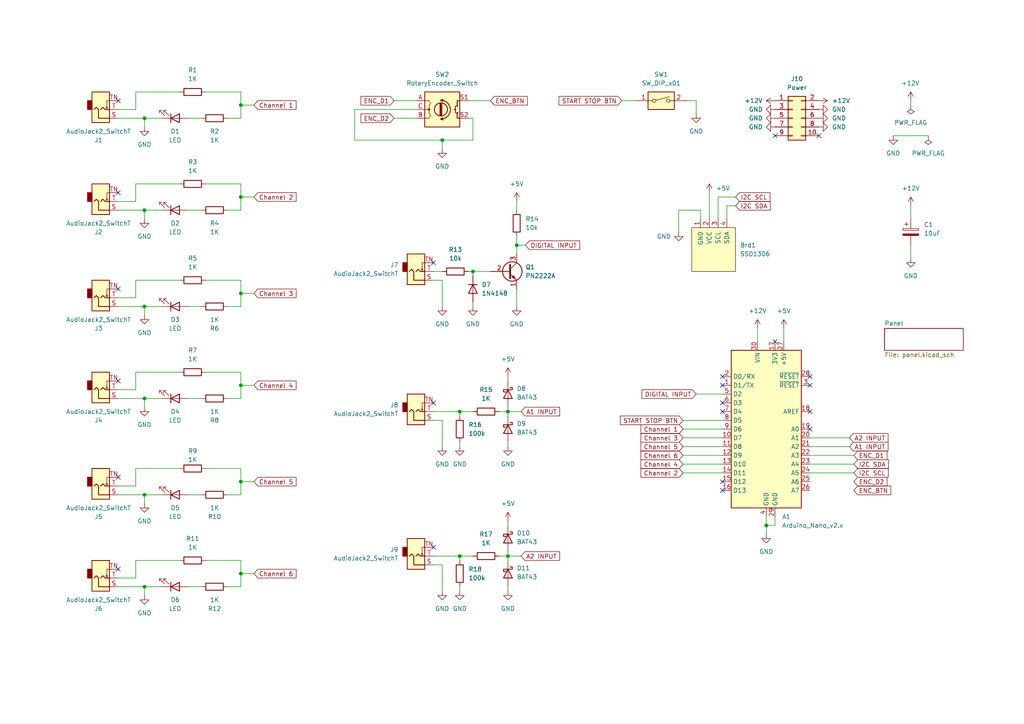
<source format=kicad_sch>
(kicad_sch (version 20211123) (generator eeschema)
  (paper "A4")
  (title_block (title "GToE prototype") (rev "1"))
  (lib_symbols
    (symbol "Connector:AudioJack2_SwitchT"
      (property "Reference" "J" (at 0 8.89 0))
      (property "Value" "AudioJack2_SwitchT" (at 0 6.35 0))
      (symbol "AudioJack2_SwitchT_0_1"
        (rectangle (start -2.54 0) (end -3.81 -2.54) (stroke (width 0.254)) (fill (type outline)))
        (polyline (pts (xy 1.778 -0.254) (xy 2.032 -0.762)))
        (polyline (pts (xy 0 0) (xy 0.635 -0.635) (xy 1.27 0) (xy 2.54 0)) (stroke (width 0.254)))
        (polyline (pts (xy 2.54 -2.54) (xy 1.778 -2.54) (xy 1.778 -0.254) (xy 1.524 -0.762)))
        (polyline (pts (xy 2.54 2.54) (xy -0.635 2.54) (xy -0.635 0) (xy -1.27 -0.635) (xy -1.905 0)) (stroke (width 0.254)))
        (rectangle (start 2.54 3.81) (end -2.54 -5.08) (stroke (width 0.254)) (fill (type background)))
      )
      (symbol "AudioJack2_SwitchT_1_1"
        (pin passive line (at 5.08 2.54 180) (length 2.54) (name "~") (number "S"))
        (pin passive line (at 5.08 0 180) (length 2.54) (name "~") (number "T"))
        (pin passive line (at 5.08 -2.54 180) (length 2.54) (name "~") (number "TN"))
      )
    )
    (symbol "Connector_Generic:Conn_02x05_Odd_Even" (pin_names (offset 1.016) hide)
      (property "Reference" "J" (at 1.27 7.62 0))
      (property "Value" "Conn_02x05_Odd_Even" (at 1.27 -7.62 0))
      (symbol "Conn_02x05_Odd_Even_1_1"
        (rectangle (start -1.27 -4.953) (end 0 -5.207) (stroke (width 0.1524)))
        (rectangle (start -1.27 -2.413) (end 0 -2.667) (stroke (width 0.1524)))
        (rectangle (start -1.27 0.127) (end 0 -0.127) (stroke (width 0.1524)))
        (rectangle (start -1.27 2.667) (end 0 2.413) (stroke (width 0.1524)))
        (rectangle (start -1.27 5.207) (end 0 4.953) (stroke (width 0.1524)))
        (rectangle (start -1.27 6.35) (end 3.81 -6.35) (stroke (width 0.254)) (fill (type background)))
        (rectangle (start 3.81 -4.953) (end 2.54 -5.207) (stroke (width 0.1524)))
        (rectangle (start 3.81 -2.413) (end 2.54 -2.667) (stroke (width 0.1524)))
        (rectangle (start 3.81 0.127) (end 2.54 -0.127) (stroke (width 0.1524)))
        (rectangle (start 3.81 2.667) (end 2.54 2.413) (stroke (width 0.1524)))
        (rectangle (start 3.81 5.207) (end 2.54 4.953) (stroke (width 0.1524)))
        (pin passive line (at -5.08 5.08 0) (length 3.81) (name "Pin_1") (number "1"))
        (pin passive line (at 7.62 -5.08 180) (length 3.81) (name "Pin_10") (number "10"))
        (pin passive line (at 7.62 5.08 180) (length 3.81) (name "Pin_2") (number "2"))
        (pin passive line (at -5.08 2.54 0) (length 3.81) (name "Pin_3") (number "3"))
        (pin passive line (at 7.62 2.54 180) (length 3.81) (name "Pin_4") (number "4"))
        (pin passive line (at -5.08 0 0) (length 3.81) (name "Pin_5") (number "5"))
        (pin passive line (at 7.62 0 180) (length 3.81) (name "Pin_6") (number "6"))
        (pin passive line (at -5.08 -2.54 0) (length 3.81) (name "Pin_7") (number "7"))
        (pin passive line (at 7.62 -2.54 180) (length 3.81) (name "Pin_8") (number "8"))
        (pin passive line (at -5.08 -5.08 0) (length 3.81) (name "Pin_9") (number "9"))
      )
    )
    (symbol "Device:C_Polarized" (pin_numbers hide) (pin_names (offset 0.254))
      (property "Reference" "C" (at 0.635 2.54 0))
      (property "Value" "C_Polarized" (at 0.635 -2.54 0))
      (symbol "C_Polarized_0_1"
        (rectangle (start -2.286 0.508) (end 2.286 1.016))
        (polyline (pts (xy -1.778 2.286) (xy -0.762 2.286)))
        (polyline (pts (xy -1.27 2.794) (xy -1.27 1.778)))
        (rectangle (start 2.286 -0.508) (end -2.286 -1.016) (fill (type outline)))
      )
      (symbol "C_Polarized_1_1"
        (pin passive line (at 0 3.81 270) (length 2.794) (name "~") (number "1"))
        (pin passive line (at 0 -3.81 90) (length 2.794) (name "~") (number "2"))
      )
    )
    (symbol "Device:D" (pin_numbers hide) (pin_names (offset 1.016) hide)
      (property "Reference" "D" (at 0 2.54 0))
      (property "Value" "D" (at 0 -2.54 0))
      (symbol "D_0_1"
        (polyline (pts (xy -1.27 1.27) (xy -1.27 -1.27)) (stroke (width 0.254)))
        (polyline (pts (xy 1.27 0) (xy -1.27 0)))
        (polyline (pts (xy 1.27 1.27) (xy 1.27 -1.27) (xy -1.27 0) (xy 1.27 1.27)) (stroke (width 0.254)))
      )
      (symbol "D_1_1"
        (pin passive line (at -3.81 0 0) (length 2.54) (name "K") (number "1"))
        (pin passive line (at 3.81 0 180) (length 2.54) (name "A") (number "2"))
      )
    )
    (symbol "Device:D_Schottky" (pin_numbers hide) (pin_names (offset 1.016) hide)
      (property "Reference" "D" (at 0 2.54 0))
      (property "Value" "D_Schottky" (at 0 -2.54 0))
      (symbol "D_Schottky_0_1"
        (polyline (pts (xy 1.27 0) (xy -1.27 0)))
        (polyline (pts (xy 1.27 1.27) (xy 1.27 -1.27) (xy -1.27 0) (xy 1.27 1.27)) (stroke (width 0.254)))
        (polyline (pts (xy -1.905 0.635) (xy -1.905 1.27) (xy -1.27 1.27) (xy -1.27 -1.27) (xy -0.635 -1.27) (xy -0.635 -0.635)) (stroke (width 0.254)))
      )
      (symbol "D_Schottky_1_1"
        (pin passive line (at -3.81 0 0) (length 2.54) (name "K") (number "1"))
        (pin passive line (at 3.81 0 180) (length 2.54) (name "A") (number "2"))
      )
    )
    (symbol "Device:LED" (pin_numbers hide) (pin_names (offset 1.016) hide)
      (property "Reference" "D" (at 0 2.54 0))
      (property "Value" "LED" (at 0 -2.54 0))
      (symbol "LED_0_1"
        (polyline (pts (xy -1.27 -1.27) (xy -1.27 1.27)) (stroke (width 0.254)))
        (polyline (pts (xy -1.27 0) (xy 1.27 0)))
        (polyline (pts (xy 1.27 -1.27) (xy 1.27 1.27) (xy -1.27 0) (xy 1.27 -1.27)) (stroke (width 0.254)))
        (polyline (pts (xy -3.048 -0.762) (xy -4.572 -2.286) (xy -3.81 -2.286) (xy -4.572 -2.286) (xy -4.572 -1.524)))
        (polyline (pts (xy -1.778 -0.762) (xy -3.302 -2.286) (xy -2.54 -2.286) (xy -3.302 -2.286) (xy -3.302 -1.524)))
      )
      (symbol "LED_1_1"
        (pin passive line (at -3.81 0 0) (length 2.54) (name "K") (number "1"))
        (pin passive line (at 3.81 0 180) (length 2.54) (name "A") (number "2"))
      )
    )
    (symbol "Device:R" (pin_numbers hide) (pin_names (offset 0))
      (property "Reference" "R" (at 2.032 0 90))
      (property "Value" "R" (at 0 0 90))
      (symbol "R_0_1"
        (rectangle (start -1.016 -2.54) (end 1.016 2.54) (stroke (width 0.254)))
      )
      (symbol "R_1_1"
        (pin passive line (at 0 3.81 270) (length 1.27) (name "~") (number "1"))
        (pin passive line (at 0 -3.81 90) (length 1.27) (name "~") (number "2"))
      )
    )
    (symbol "Device:RotaryEncoder_Switch" (pin_names (offset 0.254) hide)
      (property "Reference" "SW" (at 0 6.604 0))
      (property "Value" "RotaryEncoder_Switch" (at 0 -6.604 0))
      (symbol "RotaryEncoder_Switch_0_1"
        (rectangle (start -5.08 5.08) (end 5.08 -5.08) (stroke (width 0.254)) (fill (type background)))
        (circle (center -3.81 0) (radius 0.254) (fill (type outline)))
        (arc (start -0.381 -2.794) (mid 2.3622 -0.0508) (end -0.381 2.667) (stroke (width 0.254)))
        (circle (center -0.381 0) (radius 1.905) (stroke (width 0.254)))
        (polyline (pts (xy -0.635 -1.778) (xy -0.635 1.778)) (stroke (width 0.254)))
        (polyline (pts (xy -0.381 -1.778) (xy -0.381 1.778)) (stroke (width 0.254)))
        (polyline (pts (xy -0.127 1.778) (xy -0.127 -1.778)) (stroke (width 0.254)))
        (polyline (pts (xy 3.81 0) (xy 3.429 0)) (stroke (width 0.254)))
        (polyline (pts (xy 3.81 1.016) (xy 3.81 -1.016)) (stroke (width 0.254)))
        (polyline (pts (xy -5.08 -2.54) (xy -3.81 -2.54) (xy -3.81 -2.032)))
        (polyline (pts (xy -5.08 2.54) (xy -3.81 2.54) (xy -3.81 2.032)))
        (polyline (pts (xy 0.254 -3.048) (xy -0.508 -2.794) (xy 0.127 -2.413)) (stroke (width 0.254)))
        (polyline (pts (xy 0.254 2.921) (xy -0.508 2.667) (xy 0.127 2.286)) (stroke (width 0.254)))
        (polyline (pts (xy 5.08 -2.54) (xy 4.318 -2.54) (xy 4.318 -1.016)) (stroke (width 0.254)))
        (polyline (pts (xy 5.08 2.54) (xy 4.318 2.54) (xy 4.318 1.016)) (stroke (width 0.254)))
        (polyline (pts (xy -5.08 0) (xy -3.81 0) (xy -3.81 -1.016) (xy -3.302 -2.032)))
        (polyline (pts (xy -4.318 0) (xy -3.81 0) (xy -3.81 1.016) (xy -3.302 2.032)))
        (circle (center 4.318 -1.016) (radius 0.127) (stroke (width 0.254)))
        (circle (center 4.318 1.016) (radius 0.127) (stroke (width 0.254)))
      )
      (symbol "RotaryEncoder_Switch_1_1"
        (pin passive line (at -7.62 2.54 0) (length 2.54) (name "A") (number "A"))
        (pin passive line (at -7.62 -2.54 0) (length 2.54) (name "B") (number "B"))
        (pin passive line (at -7.62 0 0) (length 2.54) (name "C") (number "C"))
        (pin passive line (at 7.62 2.54 180) (length 2.54) (name "S1") (number "S1"))
        (pin passive line (at 7.62 -2.54 180) (length 2.54) (name "S2") (number "S2"))
      )
    )
    (symbol "MCU_Module:Arduino_Nano_v2.x"
      (property "Reference" "A" (at -10.16 23.495 0))
      (property "Value" "Arduino_Nano_v2.x" (at 5.08 -24.13 0))
      (symbol "Arduino_Nano_v2.x_0_1"
        (rectangle (start -10.16 22.86) (end 10.16 -22.86) (stroke (width 0.254)) (fill (type background)))
      )
      (symbol "Arduino_Nano_v2.x_1_1"
        (pin bidirectional line (at -12.7 12.7 0) (length 2.54) (name "D1/TX") (number "1"))
        (pin bidirectional line (at -12.7 -2.54 0) (length 2.54) (name "D7") (number "10"))
        (pin bidirectional line (at -12.7 -5.08 0) (length 2.54) (name "D8") (number "11"))
        (pin bidirectional line (at -12.7 -7.62 0) (length 2.54) (name "D9") (number "12"))
        (pin bidirectional line (at -12.7 -10.16 0) (length 2.54) (name "D10") (number "13"))
        (pin bidirectional line (at -12.7 -12.7 0) (length 2.54) (name "D11") (number "14"))
        (pin bidirectional line (at -12.7 -15.24 0) (length 2.54) (name "D12") (number "15"))
        (pin bidirectional line (at -12.7 -17.78 0) (length 2.54) (name "D13") (number "16"))
        (pin power_out line (at 2.54 25.4 270) (length 2.54) (name "3V3") (number "17"))
        (pin input line (at 12.7 5.08 180) (length 2.54) (name "AREF") (number "18"))
        (pin bidirectional line (at 12.7 0 180) (length 2.54) (name "A0") (number "19"))
        (pin bidirectional line (at -12.7 15.24 0) (length 2.54) (name "D0/RX") (number "2"))
        (pin bidirectional line (at 12.7 -2.54 180) (length 2.54) (name "A1") (number "20"))
        (pin bidirectional line (at 12.7 -5.08 180) (length 2.54) (name "A2") (number "21"))
        (pin bidirectional line (at 12.7 -7.62 180) (length 2.54) (name "A3") (number "22"))
        (pin bidirectional line (at 12.7 -10.16 180) (length 2.54) (name "A4") (number "23"))
        (pin bidirectional line (at 12.7 -12.7 180) (length 2.54) (name "A5") (number "24"))
        (pin bidirectional line (at 12.7 -15.24 180) (length 2.54) (name "A6") (number "25"))
        (pin bidirectional line (at 12.7 -17.78 180) (length 2.54) (name "A7") (number "26"))
        (pin power_out line (at 5.08 25.4 270) (length 2.54) (name "+5V") (number "27"))
        (pin input line (at 12.7 15.24 180) (length 2.54) (name "~{RESET}") (number "28"))
        (pin power_in line (at 2.54 -25.4 90) (length 2.54) (name "GND") (number "29"))
        (pin input line (at 12.7 12.7 180) (length 2.54) (name "~{RESET}") (number "3"))
        (pin power_in line (at -2.54 25.4 270) (length 2.54) (name "VIN") (number "30"))
        (pin power_in line (at 0 -25.4 90) (length 2.54) (name "GND") (number "4"))
        (pin bidirectional line (at -12.7 10.16 0) (length 2.54) (name "D2") (number "5"))
        (pin bidirectional line (at -12.7 7.62 0) (length 2.54) (name "D3") (number "6"))
        (pin bidirectional line (at -12.7 5.08 0) (length 2.54) (name "D4") (number "7"))
        (pin bidirectional line (at -12.7 2.54 0) (length 2.54) (name "D5") (number "8"))
        (pin bidirectional line (at -12.7 0 0) (length 2.54) (name "D6") (number "9"))
      )
    )
    (symbol "SSD1306-128x64_OLED:SSD1306" (pin_names (offset 1.016))
      (property "Reference" "Brd" (at 0 -3.81 0))
      (property "Value" "SSD1306" (at 0 -1.27 0))
      (symbol "SSD1306_0_1"
        (rectangle (start -6.35 6.35) (end 6.35 -6.35) (fill (type background)))
      )
      (symbol "SSD1306_1_1"
        (pin input line (at -3.81 8.89 270) (length 2.54) (name "GND") (number "1"))
        (pin input line (at -1.27 8.89 270) (length 2.54) (name "VCC") (number "2"))
        (pin input line (at 1.27 8.89 270) (length 2.54) (name "SCL") (number "3"))
        (pin input line (at 3.81 8.89 270) (length 2.54) (name "SDA") (number "4"))
      )
    )
    (symbol "Switch:SW_DIP_x01" (pin_names (offset 0) hide)
      (property "Reference" "SW" (at 0 3.81 0))
      (property "Value" "SW_DIP_x01" (at 0 -3.81 0))
      (symbol "SW_DIP_x01_0_0"
        (circle (center -2.032 0) (radius 0.508))
        (polyline (pts (xy -1.524 0.127) (xy 2.3622 1.1684)))
        (circle (center 2.032 0) (radius 0.508))
      )
      (symbol "SW_DIP_x01_0_1"
        (rectangle (start -3.81 2.54) (end 3.81 -2.54) (stroke (width 0.254)) (fill (type background)))
      )
      (symbol "SW_DIP_x01_1_1"
        (pin passive line (at -7.62 0 0) (length 5.08) (name "~") (number "1"))
        (pin passive line (at 7.62 0 180) (length 5.08) (name "~") (number "2"))
      )
    )
    (symbol "Transistor_BJT:PN2222A" (pin_names (offset 0) hide)
      (property "Reference" "Q" (at 5.08 1.905 0))
      (property "Value" "PN2222A" (at 5.08 0 0))
      (symbol "PN2222A_0_1"
        (polyline (pts (xy 0 0) (xy 0.635 0)))
        (polyline (pts (xy 2.54 -2.54) (xy 0.635 -0.635)))
        (polyline (pts (xy 2.54 2.54) (xy 0.635 0.635)))
        (polyline (pts (xy 0.635 1.905) (xy 0.635 -1.905) (xy 0.635 -1.905)) (stroke (width 0.508)))
        (polyline (pts (xy 2.413 -2.413) (xy 1.905 -1.905) (xy 1.905 -1.905)))
        (polyline (pts (xy 1.143 -1.651) (xy 1.651 -1.143) (xy 2.159 -2.159) (xy 1.143 -1.651) (xy 1.143 -1.651)) (fill (type outline)))
        (circle (center 1.27 0) (radius 2.8194) (stroke (width 0.254)))
      )
      (symbol "PN2222A_1_1"
        (pin passive line (at 2.54 -5.08 90) (length 2.54) (name "E") (number "1"))
        (pin input line (at -5.08 0 0) (length 5.08) (name "B") (number "2"))
        (pin passive line (at 2.54 5.08 270) (length 2.54) (name "C") (number "3"))
      )
    )
    (symbol "power:+12V" (power) (pin_names (offset 0))
      (property "Value" "+12V" (at 0 3.556 0))
      (symbol "+12V_0_1"
        (polyline (pts (xy -0.762 1.27) (xy 0 2.54)))
        (polyline (pts (xy 0 0) (xy 0 2.54)))
        (polyline (pts (xy 0 2.54) (xy 0.762 1.27)))
      )
      (symbol "+12V_1_1"
        (pin power_in line (at 0 0 90) (length 0) hide (name "+12V") (number "1"))
      )
    )
    (symbol "power:+5V" (power) (pin_names (offset 0))
      (property "Value" "+5V" (at 0 3.556 0))
      (symbol "+5V_0_1"
        (polyline (pts (xy -0.762 1.27) (xy 0 2.54)))
        (polyline (pts (xy 0 0) (xy 0 2.54)))
        (polyline (pts (xy 0 2.54) (xy 0.762 1.27)))
      )
      (symbol "+5V_1_1"
        (pin power_in line (at 0 0 90) (length 0) hide (name "+5V") (number "1"))
      )
    )
    (symbol "power:GND" (power) (pin_names (offset 0))
      (property "Value" "GND" (at 0 -3.81 0))
      (symbol "GND_0_1"
        (polyline (pts (xy 0 0) (xy 0 -1.27) (xy 1.27 -1.27) (xy 0 -2.54) (xy -1.27 -1.27) (xy 0 -1.27)))
      )
      (symbol "GND_1_1"
        (pin power_in line (at 0 0 270) (length 0) hide (name "GND") (number "1"))
      )
    )
    (symbol "power:PWR_FLAG" (power) (pin_numbers hide) (pin_names (offset 0) hide)
      (property "Value" "PWR_FLAG" (at 0 3.81 0))
      (symbol "PWR_FLAG_0_0"
        (pin power_out line (at 0 0 90) (length 0) (name "pwr") (number "1"))
      )
      (symbol "PWR_FLAG_0_1"
        (polyline (pts (xy 0 0) (xy 0 1.27) (xy -1.016 1.905) (xy 0 2.54) (xy 1.016 1.905) (xy 0 1.27)))
      )
    )
  )
  (junction (at 133.35 119.38))
  (junction (at 149.86 71.12))
  (junction (at 41.91 34.29))
  (junction (at 137.16 78.74))
  (junction (at 41.91 143.51))
  (junction (at 69.85 139.7))
  (junction (at 147.32 119.38))
  (junction (at 133.35 161.29))
  (junction (at 41.91 115.57))
  (junction (at 69.85 85.09))
  (junction (at 41.91 170.18))
  (junction (at 69.85 57.15))
  (junction (at 128.27 40.64))
  (junction (at 69.85 166.37))
  (junction (at 41.91 60.96))
  (junction (at 69.85 111.76))
  (junction (at 222.25 152.4))
  (junction (at 41.91 88.9))
  (junction (at 147.32 161.29))
  (junction (at 69.85 30.48))
  (no_connect (at 234.95 124.46))
  (no_connect (at 34.29 110.49))
  (no_connect (at 125.73 76.2))
  (no_connect (at 234.95 109.22))
  (no_connect (at 209.55 139.7))
  (no_connect (at 34.29 165.1))
  (no_connect (at 234.95 111.76))
  (no_connect (at 209.55 116.84))
  (no_connect (at 234.95 119.38))
  (no_connect (at 125.73 158.75))
  (no_connect (at 209.55 109.22))
  (no_connect (at 34.29 138.43))
  (no_connect (at 34.29 83.82))
  (no_connect (at 209.55 142.24))
  (no_connect (at 34.29 55.88))
  (no_connect (at 237.49 39.37))
  (no_connect (at 224.79 99.06))
  (no_connect (at 34.29 29.21))
  (no_connect (at 209.55 119.38))
  (no_connect (at 224.79 39.37))
  (no_connect (at 125.73 116.84))
  (no_connect (at 209.55 111.76))
  (wire (pts (xy 102.87 40.64) (xy 128.27 40.64)))
  (wire (pts (xy 147.32 119.38) (xy 147.32 120.65)))
  (wire (pts (xy 208.28 57.15) (xy 208.28 63.5)))
  (wire (pts (xy 69.85 166.37) (xy 69.85 170.18)))
  (wire (pts (xy 147.32 119.38) (xy 151.13 119.38)))
  (wire (pts (xy 198.12 121.92) (xy 209.55 121.92)))
  (wire (pts (xy 135.89 78.74) (xy 137.16 78.74)))
  (wire (pts (xy 39.37 58.42) (xy 39.37 53.34)))
  (wire (pts (xy 149.86 71.12) (xy 149.86 73.66)))
  (wire (pts (xy 54.61 143.51) (xy 58.42 143.51)))
  (wire (pts (xy 125.73 78.74) (xy 128.27 78.74)))
  (wire (pts (xy 147.32 161.29) (xy 147.32 162.56)))
  (wire (pts (xy 137.16 34.29) (xy 137.16 40.64)))
  (wire (pts (xy 137.16 40.64) (xy 128.27 40.64)))
  (wire (pts (xy 39.37 26.67) (xy 52.07 26.67)))
  (wire (pts (xy 34.29 34.29) (xy 41.91 34.29)))
  (wire (pts (xy 222.25 152.4) (xy 224.79 152.4)))
  (wire (pts (xy 41.91 34.29) (xy 46.99 34.29)))
  (wire (pts (xy 149.86 83.82) (xy 149.86 88.9)))
  (wire (pts (xy 34.29 88.9) (xy 41.91 88.9)))
  (wire (pts (xy 137.16 161.29) (xy 133.35 161.29)))
  (wire (pts (xy 135.89 29.21) (xy 142.24 29.21)))
  (wire (pts (xy 39.37 140.97) (xy 39.37 135.89)))
  (wire (pts (xy 203.2 60.96) (xy 203.2 63.5)))
  (wire (pts (xy 39.37 167.64) (xy 39.37 162.56)))
  (wire (pts (xy 213.36 57.15) (xy 208.28 57.15)))
  (wire (pts (xy 54.61 115.57) (xy 58.42 115.57)))
  (wire (pts (xy 39.37 162.56) (xy 52.07 162.56)))
  (wire (pts (xy 114.3 29.21) (xy 120.65 29.21)))
  (wire (pts (xy 133.35 119.38) (xy 133.35 120.65)))
  (wire (pts (xy 41.91 60.96) (xy 41.91 63.5)))
  (wire (pts (xy 39.37 31.75) (xy 39.37 26.67)))
  (wire (pts (xy 149.86 58.42) (xy 149.86 60.96)))
  (wire (pts (xy 227.33 95.25) (xy 227.33 99.06)))
  (wire (pts (xy 34.29 140.97) (xy 39.37 140.97)))
  (wire (pts (xy 34.29 170.18) (xy 41.91 170.18)))
  (wire (pts (xy 59.69 26.67) (xy 69.85 26.67)))
  (wire (pts (xy 133.35 161.29) (xy 133.35 162.56)))
  (wire (pts (xy 184.15 29.21) (xy 180.34 29.21)))
  (wire (pts (xy 69.85 53.34) (xy 69.85 57.15)))
  (wire (pts (xy 198.12 129.54) (xy 209.55 129.54)))
  (wire (pts (xy 54.61 34.29) (xy 58.42 34.29)))
  (wire (pts (xy 198.12 124.46) (xy 209.55 124.46)))
  (wire (pts (xy 125.73 121.92) (xy 128.27 121.92)))
  (wire (pts (xy 264.16 59.69) (xy 264.16 63.5)))
  (wire (pts (xy 135.89 34.29) (xy 137.16 34.29)))
  (wire (pts (xy 147.32 160.02) (xy 147.32 161.29)))
  (wire (pts (xy 147.32 109.22) (xy 147.32 110.49)))
  (wire (pts (xy 41.91 60.96) (xy 46.99 60.96)))
  (wire (pts (xy 39.37 81.28) (xy 52.07 81.28)))
  (wire (pts (xy 224.79 149.86) (xy 224.79 152.4)))
  (wire (pts (xy 147.32 128.27) (xy 147.32 129.54)))
  (wire (pts (xy 69.85 81.28) (xy 69.85 85.09)))
  (wire (pts (xy 54.61 60.96) (xy 58.42 60.96)))
  (wire (pts (xy 198.12 134.62) (xy 209.55 134.62)))
  (wire (pts (xy 34.29 58.42) (xy 39.37 58.42)))
  (wire (pts (xy 34.29 86.36) (xy 39.37 86.36)))
  (wire (pts (xy 147.32 151.13) (xy 147.32 152.4)))
  (wire (pts (xy 69.85 57.15) (xy 69.85 60.96)))
  (wire (pts (xy 205.74 55.88) (xy 205.74 63.5)))
  (wire (pts (xy 39.37 107.95) (xy 52.07 107.95)))
  (wire (pts (xy 69.85 107.95) (xy 69.85 111.76)))
  (wire (pts (xy 41.91 34.29) (xy 41.91 36.83)))
  (wire (pts (xy 147.32 170.18) (xy 147.32 171.45)))
  (wire (pts (xy 137.16 87.63) (xy 137.16 88.9)))
  (wire (pts (xy 34.29 143.51) (xy 41.91 143.51)))
  (wire (pts (xy 41.91 115.57) (xy 41.91 118.11)))
  (wire (pts (xy 69.85 26.67) (xy 69.85 30.48)))
  (wire (pts (xy 41.91 170.18) (xy 46.99 170.18)))
  (wire (pts (xy 210.82 59.69) (xy 210.82 63.5)))
  (wire (pts (xy 69.85 111.76) (xy 69.85 115.57)))
  (wire (pts (xy 198.12 132.08) (xy 209.55 132.08)))
  (wire (pts (xy 34.29 113.03) (xy 39.37 113.03)))
  (wire (pts (xy 144.78 161.29) (xy 147.32 161.29)))
  (wire (pts (xy 69.85 30.48) (xy 73.66 30.48)))
  (wire (pts (xy 264.16 30.48) (xy 264.16 29.21)))
  (wire (pts (xy 128.27 81.28) (xy 128.27 88.9)))
  (wire (pts (xy 69.85 166.37) (xy 73.66 166.37)))
  (wire (pts (xy 234.95 132.08) (xy 247.65 132.08)))
  (wire (pts (xy 34.29 31.75) (xy 39.37 31.75)))
  (wire (pts (xy 120.65 31.75) (xy 102.87 31.75)))
  (wire (pts (xy 198.12 137.16) (xy 209.55 137.16)))
  (wire (pts (xy 196.85 67.31) (xy 196.85 60.96)))
  (wire (pts (xy 69.85 115.57) (xy 66.04 115.57)))
  (wire (pts (xy 264.16 71.12) (xy 264.16 74.93)))
  (wire (pts (xy 149.86 71.12) (xy 152.4 71.12)))
  (wire (pts (xy 41.91 143.51) (xy 41.91 146.05)))
  (wire (pts (xy 234.95 129.54) (xy 246.38 129.54)))
  (wire (pts (xy 137.16 78.74) (xy 137.16 80.01)))
  (wire (pts (xy 201.93 29.21) (xy 199.39 29.21)))
  (wire (pts (xy 234.95 137.16) (xy 247.65 137.16)))
  (wire (pts (xy 41.91 143.51) (xy 46.99 143.51)))
  (wire (pts (xy 234.95 127) (xy 246.38 127)))
  (wire (pts (xy 125.73 81.28) (xy 128.27 81.28)))
  (wire (pts (xy 201.93 114.3) (xy 209.55 114.3)))
  (wire (pts (xy 114.3 34.29) (xy 120.65 34.29)))
  (wire (pts (xy 201.93 29.21) (xy 201.93 33.02)))
  (wire (pts (xy 39.37 113.03) (xy 39.37 107.95)))
  (wire (pts (xy 34.29 60.96) (xy 41.91 60.96)))
  (wire (pts (xy 69.85 143.51) (xy 66.04 143.51)))
  (wire (pts (xy 69.85 85.09) (xy 69.85 88.9)))
  (wire (pts (xy 137.16 119.38) (xy 133.35 119.38)))
  (wire (pts (xy 54.61 88.9) (xy 58.42 88.9)))
  (wire (pts (xy 102.87 31.75) (xy 102.87 40.64)))
  (wire (pts (xy 41.91 88.9) (xy 46.99 88.9)))
  (wire (pts (xy 137.16 78.74) (xy 142.24 78.74)))
  (wire (pts (xy 69.85 34.29) (xy 66.04 34.29)))
  (wire (pts (xy 41.91 115.57) (xy 46.99 115.57)))
  (wire (pts (xy 149.86 68.58) (xy 149.86 71.12)))
  (wire (pts (xy 69.85 139.7) (xy 73.66 139.7)))
  (wire (pts (xy 234.95 134.62) (xy 247.65 134.62)))
  (wire (pts (xy 128.27 40.64) (xy 128.27 43.18)))
  (wire (pts (xy 69.85 30.48) (xy 69.85 34.29)))
  (wire (pts (xy 59.69 53.34) (xy 69.85 53.34)))
  (wire (pts (xy 59.69 135.89) (xy 69.85 135.89)))
  (wire (pts (xy 198.12 127) (xy 209.55 127)))
  (wire (pts (xy 259.08 39.37) (xy 269.24 39.37)))
  (wire (pts (xy 41.91 170.18) (xy 41.91 172.72)))
  (wire (pts (xy 133.35 119.38) (xy 125.73 119.38)))
  (wire (pts (xy 147.32 118.11) (xy 147.32 119.38)))
  (wire (pts (xy 222.25 149.86) (xy 222.25 152.4)))
  (wire (pts (xy 69.85 111.76) (xy 73.66 111.76)))
  (wire (pts (xy 69.85 88.9) (xy 66.04 88.9)))
  (wire (pts (xy 133.35 128.27) (xy 133.35 129.54)))
  (wire (pts (xy 69.85 60.96) (xy 66.04 60.96)))
  (wire (pts (xy 41.91 88.9) (xy 41.91 91.44)))
  (wire (pts (xy 54.61 170.18) (xy 58.42 170.18)))
  (wire (pts (xy 147.32 161.29) (xy 151.13 161.29)))
  (wire (pts (xy 39.37 53.34) (xy 52.07 53.34)))
  (wire (pts (xy 196.85 60.96) (xy 203.2 60.96)))
  (wire (pts (xy 219.71 95.25) (xy 219.71 99.06)))
  (wire (pts (xy 128.27 121.92) (xy 128.27 129.54)))
  (wire (pts (xy 69.85 57.15) (xy 73.66 57.15)))
  (wire (pts (xy 34.29 115.57) (xy 41.91 115.57)))
  (wire (pts (xy 133.35 170.18) (xy 133.35 171.45)))
  (wire (pts (xy 59.69 107.95) (xy 69.85 107.95)))
  (wire (pts (xy 69.85 135.89) (xy 69.85 139.7)))
  (wire (pts (xy 34.29 167.64) (xy 39.37 167.64)))
  (wire (pts (xy 69.85 139.7) (xy 69.85 143.51)))
  (wire (pts (xy 59.69 162.56) (xy 69.85 162.56)))
  (wire (pts (xy 133.35 161.29) (xy 125.73 161.29)))
  (wire (pts (xy 144.78 119.38) (xy 147.32 119.38)))
  (wire (pts (xy 213.36 59.69) (xy 210.82 59.69)))
  (wire (pts (xy 222.25 152.4) (xy 222.25 154.94)))
  (wire (pts (xy 69.85 162.56) (xy 69.85 166.37)))
  (wire (pts (xy 39.37 135.89) (xy 52.07 135.89)))
  (wire (pts (xy 128.27 163.83) (xy 128.27 171.45)))
  (wire (pts (xy 59.69 81.28) (xy 69.85 81.28)))
  (wire (pts (xy 39.37 86.36) (xy 39.37 81.28)))
  (wire (pts (xy 125.73 163.83) (xy 128.27 163.83)))
  (wire (pts (xy 69.85 85.09) (xy 73.66 85.09)))
  (wire (pts (xy 69.85 170.18) (xy 66.04 170.18)))
  (global_label "START STOP BTN" (shape input) (at 180.34 29.21 180) (property "Intersheet References" "${INTERSHEET_REFS}" (effects hide)))
  (global_label "A2 INPUT" (shape input) (at 246.38 127 0) (property "Intersheet References" "${INTERSHEET_REFS}" (effects hide)))
  (global_label "Channel 5" (shape input) (at 198.12 129.54 180) (property "Intersheet References" "${INTERSHEET_REFS}" (effects hide)))
  (global_label "Channel 1" (shape input) (at 198.12 124.46 180) (property "Intersheet References" "${INTERSHEET_REFS}" (effects hide)))
  (global_label "Channel 4" (shape input) (at 198.12 134.62 180) (property "Intersheet References" "${INTERSHEET_REFS}" (effects hide)))
  (global_label "ENC_BTN" (shape input) (at 247.65 142.24 0) (property "Intersheet References" "${INTERSHEET_REFS}" (effects hide)))
  (global_label "START STOP BTN" (shape input) (at 198.12 121.92 180) (property "Intersheet References" "${INTERSHEET_REFS}" (effects hide)))
  (global_label "Channel 5" (shape input) (at 73.66 139.7 0) (property "Intersheet References" "${INTERSHEET_REFS}" (effects hide)))
  (global_label "ENC_D2" (shape input) (at 114.3 34.29 180) (property "Intersheet References" "${INTERSHEET_REFS}" (effects hide)))
  (global_label "Channel 3" (shape input) (at 198.12 127 180) (property "Intersheet References" "${INTERSHEET_REFS}" (effects hide)))
  (global_label "A1 INPUT" (shape input) (at 151.13 119.38 0) (property "Intersheet References" "${INTERSHEET_REFS}" (effects hide)))
  (global_label "Channel 3" (shape input) (at 73.66 85.09 0) (property "Intersheet References" "${INTERSHEET_REFS}" (effects hide)))
  (global_label "ENC_BTN" (shape input) (at 142.24 29.21 0) (property "Intersheet References" "${INTERSHEET_REFS}" (effects hide)))
  (global_label "DIGITAL INPUT" (shape input) (at 201.93 114.3 180) (property "Intersheet References" "${INTERSHEET_REFS}" (effects hide)))
  (global_label "I2C SDA" (shape input) (at 247.65 134.62 0) (property "Intersheet References" "${INTERSHEET_REFS}" (effects hide)))
  (global_label "Channel 6" (shape input) (at 73.66 166.37 0) (property "Intersheet References" "${INTERSHEET_REFS}" (effects hide)))
  (global_label "Channel 1" (shape input) (at 73.66 30.48 0) (property "Intersheet References" "${INTERSHEET_REFS}" (effects hide)))
  (global_label "DIGITAL INPUT" (shape input) (at 152.4 71.12 0) (property "Intersheet References" "${INTERSHEET_REFS}" (effects hide)))
  (global_label "ENC_D2" (shape input) (at 247.65 139.7 0) (property "Intersheet References" "${INTERSHEET_REFS}" (effects hide)))
  (global_label "ENC_D1" (shape input) (at 114.3 29.21 180) (property "Intersheet References" "${INTERSHEET_REFS}" (effects hide)))
  (global_label "Channel 2" (shape input) (at 73.66 57.15 0) (property "Intersheet References" "${INTERSHEET_REFS}" (effects hide)))
  (global_label "Channel 4" (shape input) (at 73.66 111.76 0) (property "Intersheet References" "${INTERSHEET_REFS}" (effects hide)))
  (global_label "ENC_D1" (shape input) (at 247.65 132.08 0) (property "Intersheet References" "${INTERSHEET_REFS}" (effects hide)))
  (global_label "Channel 2" (shape input) (at 198.12 137.16 180) (property "Intersheet References" "${INTERSHEET_REFS}" (effects hide)))
  (global_label "I2C SCL" (shape input) (at 213.36 57.15 0) (property "Intersheet References" "${INTERSHEET_REFS}" (effects hide)))
  (global_label "I2C SDA" (shape input) (at 213.36 59.69 0) (property "Intersheet References" "${INTERSHEET_REFS}" (effects hide)))
  (global_label "A2 INPUT" (shape input) (at 151.13 161.29 0) (property "Intersheet References" "${INTERSHEET_REFS}" (effects hide)))
  (global_label "I2C SCL" (shape input) (at 247.65 137.16 0) (property "Intersheet References" "${INTERSHEET_REFS}" (effects hide)))
  (global_label "Channel 6" (shape input) (at 198.12 132.08 180) (property "Intersheet References" "${INTERSHEET_REFS}" (effects hide)))
  (global_label "A1 INPUT" (shape input) (at 246.38 129.54 0) (property "Intersheet References" "${INTERSHEET_REFS}" (effects hide)))
  (symbol (lib_id "power:GND") (at 149.86 88.9 0) (unit 1)
    (property "Reference" "#PWR0133" (effects hide))
    (property "Value" "GND" (at 149.86 93.98 0))
  )
  (symbol (lib_id "power:GND") (at 222.25 154.94 0) (unit 1)
    (property "Reference" "#PWR0115" (effects hide))
    (property "Value" "GND" (at 222.25 160.02 0))
  )
  (symbol (lib_id "Connector:AudioJack2_SwitchT") (at 120.65 119.38 0) (mirror x) (unit 1)
    (property "Reference" "J8" (at 115.57 117.4749 0) (effects (justify right)))
    (property "Value" "AudioJack2_SwitchT" (at 115.57 120.0149 0) (effects (justify right)))
    (property "Footprint" "Connector_Audio:Jack_3.5mm_QingPu_WQP-PJ398SM_Vertical_CircularHoles" (effects hide))
  )
  (symbol (lib_id "Connector:AudioJack2_SwitchT") (at 29.21 31.75 0) (mirror x) (unit 1)
    (property "Reference" "J1" (at 28.575 40.64 0))
    (property "Value" "AudioJack2_SwitchT" (at 28.575 38.1 0))
    (property "Footprint" "Connector_Audio:Jack_3.5mm_QingPu_WQP-PJ398SM_Vertical_CircularHoles" (effects hide))
  )
  (symbol (lib_id "Device:LED") (at 50.8 88.9 0) (mirror x) (unit 1)
    (property "Reference" "D3" (at 50.8 92.71 0))
    (property "Value" "LED" (at 50.8 95.25 0))
    (property "Footprint" "LED_THT:LED_D3.0mm_Clear" (effects hide))
  )
  (symbol (lib_id "power:GND") (at 133.35 171.45 0) (mirror y) (unit 1)
    (property "Reference" "#PWR0109" (effects hide))
    (property "Value" "GND" (at 133.35 176.53 0))
  )
  (symbol (lib_id "power:+5V") (at 149.86 58.42 0) (unit 1)
    (property "Reference" "#PWR0134" (effects hide))
    (property "Value" "+5V" (at 149.86 53.34 0))
  )
  (symbol (lib_id "Device:R") (at 133.35 124.46 0) (mirror y) (unit 1)
    (property "Reference" "R16" (at 135.89 123.1899 0) (effects (justify right)))
    (property "Value" "100k" (at 135.89 125.7299 0) (effects (justify right)))
    (property "Footprint" "Resistor_THT:R_Axial_DIN0207_L6.3mm_D2.5mm_P10.16mm_Horizontal" (effects hide))
  )
  (symbol (lib_id "power:GND") (at 41.91 118.11 0) (mirror y) (unit 1)
    (property "Reference" "#PWR0104" (effects hide))
    (property "Value" "GND" (at 41.91 123.19 0))
  )
  (symbol (lib_id "power:+12V") (at 264.16 29.21 0) (unit 1)
    (property "Reference" "#PWR0136" (effects hide))
    (property "Value" "+12V" (at 266.7 24.13 0) (effects (justify right)))
  )
  (symbol (lib_id "power:GND") (at 147.32 171.45 0) (mirror y) (unit 1)
    (property "Reference" "#PWR0108" (effects hide))
    (property "Value" "GND" (at 147.32 176.53 0))
  )
  (symbol (lib_id "Connector:AudioJack2_SwitchT") (at 29.21 167.64 0) (mirror x) (unit 1)
    (property "Reference" "J6" (at 28.575 176.53 0))
    (property "Value" "AudioJack2_SwitchT" (at 28.575 173.99 0))
    (property "Footprint" "Connector_Audio:Jack_3.5mm_QingPu_WQP-PJ398SM_Vertical_CircularHoles" (effects hide))
  )
  (symbol (lib_id "power:+12V") (at 219.71 95.25 0) (unit 1)
    (property "Reference" "#PWR0116" (effects hide))
    (property "Value" "+12V" (at 219.71 90.17 0))
  )
  (symbol (lib_id "power:GND") (at 224.79 31.75 270) (unit 1)
    (property "Reference" "#PWR0130" (effects hide))
    (property "Value" "GND" (at 217.17 31.75 90) (effects (justify left)))
  )
  (symbol (lib_id "power:GND") (at 133.35 129.54 0) (mirror y) (unit 1)
    (property "Reference" "#PWR0114" (effects hide))
    (property "Value" "GND" (at 133.35 134.62 0))
  )
  (symbol (lib_id "Device:LED") (at 50.8 115.57 0) (mirror x) (unit 1)
    (property "Reference" "D4" (at 50.8 119.38 0))
    (property "Value" "LED" (at 50.8 121.92 0))
    (property "Footprint" "LED_THT:LED_D3.0mm_Clear" (effects hide))
  )
  (symbol (lib_id "power:GND") (at 237.49 31.75 90) (unit 1)
    (property "Reference" "#PWR0119" (effects hide))
    (property "Value" "GND" (at 241.3 31.7499 90) (effects (justify right)))
  )
  (symbol (lib_id "Device:R") (at 133.35 166.37 0) (mirror y) (unit 1)
    (property "Reference" "R18" (at 135.89 165.0999 0) (effects (justify right)))
    (property "Value" "100k" (at 135.89 167.6399 0) (effects (justify right)))
    (property "Footprint" "Resistor_THT:R_Axial_DIN0207_L6.3mm_D2.5mm_P10.16mm_Horizontal" (effects hide))
  )
  (symbol (lib_id "power:GND") (at 264.16 74.93 0) (unit 1)
    (property "Reference" "#PWR0125" (effects hide))
    (property "Value" "GND" (at 264.16 80.01 0))
  )
  (symbol (lib_id "power:GND") (at 237.49 36.83 90) (unit 1)
    (property "Reference" "#PWR0120" (effects hide))
    (property "Value" "GND" (at 241.3 36.8299 90) (effects (justify right)))
  )
  (symbol (lib_id "Device:D_Schottky") (at 147.32 114.3 270) (unit 1)
    (property "Reference" "D8" (at 149.86 112.7124 90) (effects (justify left)))
    (property "Value" "BAT43" (at 149.86 115.2524 90) (effects (justify left)))
    (property "Footprint" "Diode_THT:D_T-1_P10.16mm_Horizontal" (effects hide))
  )
  (symbol (lib_id "MCU_Module:Arduino_Nano_v2.x") (at 222.25 124.46 0) (unit 1)
    (property "Reference" "A1" (at 226.8094 149.86 0) (effects (justify left)))
    (property "Value" "Arduino_Nano_v2.x" (at 226.8094 152.4 0) (effects (justify left)))
    (property "Footprint" "Module:Arduino_Nano" (effects hide))
    (property "Datasheet" "https://www.arduino.cc/en/uploads/Main/ArduinoNanoManual23.pdf" (effects hide))
  )
  (symbol (lib_id "Device:D_Schottky") (at 147.32 124.46 270) (unit 1)
    (property "Reference" "D9" (at 149.86 122.8724 90) (effects (justify left)))
    (property "Value" "BAT43" (at 149.86 125.4124 90) (effects (justify left)))
    (property "Footprint" "Diode_THT:D_T-1_P10.16mm_Horizontal" (effects hide))
  )
  (symbol (lib_id "Device:R") (at 62.23 88.9 90) (mirror x) (unit 1)
    (property "Reference" "R6" (at 62.23 95.25 90))
    (property "Value" "1K" (at 62.23 92.71 90))
    (property "Footprint" "Resistor_THT:R_Axial_DIN0207_L6.3mm_D2.5mm_P10.16mm_Horizontal" (effects hide))
  )
  (symbol (lib_id "power:GND") (at 128.27 129.54 0) (mirror y) (unit 1)
    (property "Reference" "#PWR0113" (effects hide))
    (property "Value" "GND" (at 128.27 134.62 0))
  )
  (symbol (lib_id "power:GND") (at 137.16 88.9 0) (unit 1)
    (property "Reference" "#PWR0132" (effects hide))
    (property "Value" "GND" (at 137.16 93.98 0))
  )
  (symbol (lib_id "power:GND") (at 224.79 36.83 270) (unit 1)
    (property "Reference" "#PWR0129" (effects hide))
    (property "Value" "GND" (at 217.17 36.83 90) (effects (justify left)))
  )
  (symbol (lib_id "Device:R") (at 62.23 143.51 90) (mirror x) (unit 1)
    (property "Reference" "R10" (at 62.23 149.86 90))
    (property "Value" "1K" (at 62.23 147.32 90))
    (property "Footprint" "Resistor_THT:R_Axial_DIN0207_L6.3mm_D2.5mm_P10.16mm_Horizontal" (effects hide))
  )
  (symbol (lib_id "Device:LED") (at 50.8 34.29 0) (mirror x) (unit 1)
    (property "Reference" "D1" (at 50.8 38.1 0))
    (property "Value" "LED" (at 50.8 40.64 0))
    (property "Footprint" "LED_THT:LED_D3.0mm_Clear" (effects hide))
  )
  (symbol (lib_id "Device:R") (at 132.08 78.74 90) (unit 1)
    (property "Reference" "R13" (at 132.08 72.39 90))
    (property "Value" "10k" (at 132.08 74.93 90))
    (property "Footprint" "Resistor_THT:R_Axial_DIN0207_L6.3mm_D2.5mm_P10.16mm_Horizontal" (effects hide))
  )
  (symbol (lib_id "power:PWR_FLAG") (at 264.16 30.48 180) (unit 1)
    (property "Reference" "#FLG0101" (effects hide))
    (property "Value" "PWR_FLAG" (at 264.16 35.56 0))
  )
  (symbol (lib_id "Device:R") (at 55.88 81.28 270) (mirror x) (unit 1)
    (property "Reference" "R5" (at 55.88 74.93 90))
    (property "Value" "1K" (at 55.88 77.47 90))
    (property "Footprint" "Resistor_THT:R_Axial_DIN0207_L6.3mm_D2.5mm_P10.16mm_Horizontal" (effects hide))
  )
  (symbol (lib_id "Device:R") (at 62.23 60.96 90) (mirror x) (unit 1)
    (property "Reference" "R4" (at 62.23 64.77 90))
    (property "Value" "1K" (at 62.23 67.31 90))
    (property "Footprint" "Resistor_THT:R_Axial_DIN0207_L6.3mm_D2.5mm_P10.16mm_Horizontal" (effects hide))
  )
  (symbol (lib_id "Connector:AudioJack2_SwitchT") (at 120.65 161.29 0) (mirror x) (unit 1)
    (property "Reference" "J9" (at 115.57 159.3849 0) (effects (justify right)))
    (property "Value" "AudioJack2_SwitchT" (at 115.57 161.9249 0) (effects (justify right)))
    (property "Footprint" "Connector_Audio:Jack_3.5mm_QingPu_WQP-PJ398SM_Vertical_CircularHoles" (effects hide))
  )
  (symbol (lib_id "Device:R") (at 55.88 107.95 270) (mirror x) (unit 1)
    (property "Reference" "R7" (at 55.88 101.6 90))
    (property "Value" "1K" (at 55.88 104.14 90))
    (property "Footprint" "Resistor_THT:R_Axial_DIN0207_L6.3mm_D2.5mm_P10.16mm_Horizontal" (effects hide))
  )
  (symbol (lib_id "Device:R") (at 140.97 161.29 270) (mirror x) (unit 1)
    (property "Reference" "R17" (at 140.97 154.94 90))
    (property "Value" "1K" (at 140.97 157.48 90))
    (property "Footprint" "Resistor_THT:R_Axial_DIN0207_L6.3mm_D2.5mm_P10.16mm_Horizontal" (effects hide))
  )
  (symbol (lib_id "power:GND") (at 128.27 171.45 0) (mirror y) (unit 1)
    (property "Reference" "#PWR0107" (effects hide))
    (property "Value" "GND" (at 128.27 176.53 0))
  )
  (symbol (lib_id "power:+12V") (at 224.79 29.21 90) (unit 1)
    (property "Reference" "#PWR0128" (effects hide))
    (property "Value" "+12V" (at 215.9 29.21 90) (effects (justify right)))
  )
  (symbol (lib_id "power:GND") (at 196.85 67.31 0) (unit 1)
    (property "Reference" "#PWR0126" (effects hide))
    (property "Value" "GND" (at 190.5 68.58 0) (effects (justify left)))
  )
  (symbol (lib_id "SSD1306-128x64_OLED:SSD1306") (at 207.01 72.39 0) (unit 1)
    (property "Reference" "Brd1" (at 214.63 71.1199 0) (effects (justify left)))
    (property "Value" "SSD1306" (at 214.63 73.6599 0) (effects (justify left)))
    (property "Footprint" "SDD1360 I2C:128x64OLED" (effects hide))
  )
  (symbol (lib_id "power:GND") (at 41.91 63.5 0) (mirror y) (unit 1)
    (property "Reference" "#PWR0103" (effects hide))
    (property "Value" "GND" (at 41.91 68.58 0))
  )
  (symbol (lib_id "power:GND") (at 201.93 33.02 0) (unit 1)
    (property "Reference" "#PWR0123" (effects hide))
    (property "Value" "GND" (at 201.93 38.1 0))
  )
  (symbol (lib_id "Device:RotaryEncoder_Switch") (at 128.27 31.75 0) (unit 1)
    (property "Reference" "SW2" (at 128.27 21.59 0))
    (property "Value" "RotaryEncoder_Switch" (at 128.27 24.13 0))
    (property "Footprint" "Rotary_Encoder:RotaryEncoder_Alps_EC12E-Switch_Vertical_H20mm" (effects hide))
  )
  (symbol (lib_id "Device:D_Schottky") (at 147.32 156.21 270) (unit 1)
    (property "Reference" "D10" (at 149.86 154.6224 90) (effects (justify left)))
    (property "Value" "BAT43" (at 149.86 157.1624 90) (effects (justify left)))
    (property "Footprint" "Diode_THT:D_T-1_P10.16mm_Horizontal" (effects hide))
  )
  (symbol (lib_id "Device:LED") (at 50.8 170.18 0) (mirror x) (unit 1)
    (property "Reference" "D6" (at 50.8 173.99 0))
    (property "Value" "LED" (at 50.8 176.53 0))
    (property "Footprint" "LED_THT:LED_D3.0mm_Clear" (effects hide))
  )
  (symbol (lib_id "Device:R") (at 62.23 34.29 90) (mirror x) (unit 1)
    (property "Reference" "R2" (at 62.23 38.1 90))
    (property "Value" "1K" (at 62.23 40.64 90))
    (property "Footprint" "Resistor_THT:R_Axial_DIN0207_L6.3mm_D2.5mm_P10.16mm_Horizontal" (effects hide))
  )
  (symbol (lib_id "power:PWR_FLAG") (at 269.24 39.37 180) (unit 1)
    (property "Reference" "#FLG0102" (effects hide))
    (property "Value" "PWR_FLAG" (at 269.24 44.45 0))
  )
  (symbol (lib_id "power:+12V") (at 237.49 29.21 270) (unit 1)
    (property "Reference" "#PWR0118" (effects hide))
    (property "Value" "+12V" (at 241.3 29.2099 90) (effects (justify left)))
  )
  (symbol (lib_id "Connector:AudioJack2_SwitchT") (at 29.21 58.42 0) (mirror x) (unit 1)
    (property "Reference" "J2" (at 28.575 67.31 0))
    (property "Value" "AudioJack2_SwitchT" (at 28.575 64.77 0))
    (property "Footprint" "Connector_Audio:Jack_3.5mm_QingPu_WQP-PJ398SM_Vertical_CircularHoles" (effects hide))
  )
  (symbol (lib_id "Device:R") (at 55.88 26.67 270) (mirror x) (unit 1)
    (property "Reference" "R1" (at 55.88 20.32 90))
    (property "Value" "1K" (at 55.88 22.86 90))
    (property "Footprint" "Resistor_THT:R_Axial_DIN0207_L6.3mm_D2.5mm_P10.16mm_Horizontal" (effects hide))
  )
  (symbol (lib_id "power:GND") (at 41.91 36.83 0) (mirror y) (unit 1)
    (property "Reference" "#PWR0102" (effects hide))
    (property "Value" "GND" (at 41.91 41.91 0))
  )
  (symbol (lib_id "power:+5V") (at 147.32 151.13 0) (mirror y) (unit 1)
    (property "Reference" "#PWR0112" (effects hide))
    (property "Value" "+5V" (at 147.32 146.05 0))
  )
  (symbol (lib_id "power:+12V") (at 264.16 59.69 0) (unit 1)
    (property "Reference" "#PWR0124" (effects hide))
    (property "Value" "+12V" (at 264.16 54.61 0))
  )
  (symbol (lib_id "Device:R") (at 62.23 170.18 90) (mirror x) (unit 1)
    (property "Reference" "R12" (at 62.23 176.53 90))
    (property "Value" "1K" (at 62.23 173.99 90))
    (property "Footprint" "Resistor_THT:R_Axial_DIN0207_L6.3mm_D2.5mm_P10.16mm_Horizontal" (effects hide))
  )
  (symbol (lib_id "power:GND") (at 128.27 43.18 0) (unit 1)
    (property "Reference" "#PWR0135" (effects hide))
    (property "Value" "GND" (at 128.27 48.26 0))
  )
  (symbol (lib_id "power:GND") (at 224.79 34.29 270) (unit 1)
    (property "Reference" "#PWR0127" (effects hide))
    (property "Value" "GND" (at 217.17 34.29 90) (effects (justify left)))
  )
  (symbol (lib_id "power:GND") (at 41.91 146.05 0) (mirror y) (unit 1)
    (property "Reference" "#PWR0105" (effects hide))
    (property "Value" "GND" (at 41.91 151.13 0))
  )
  (symbol (lib_id "Device:D_Schottky") (at 147.32 166.37 270) (unit 1)
    (property "Reference" "D11" (at 149.86 164.7824 90) (effects (justify left)))
    (property "Value" "BAT43" (at 149.86 167.3224 90) (effects (justify left)))
    (property "Footprint" "Diode_THT:D_T-1_P10.16mm_Horizontal" (effects hide))
  )
  (symbol (lib_id "Connector:AudioJack2_SwitchT") (at 29.21 140.97 0) (mirror x) (unit 1)
    (property "Reference" "J5" (at 28.575 149.86 0))
    (property "Value" "AudioJack2_SwitchT" (at 28.575 147.32 0))
    (property "Footprint" "Connector_Audio:Jack_3.5mm_QingPu_WQP-PJ398SM_Vertical_CircularHoles" (effects hide))
  )
  (symbol (lib_id "Connector:AudioJack2_SwitchT") (at 29.21 86.36 0) (mirror x) (unit 1)
    (property "Reference" "J3" (at 28.575 95.25 0))
    (property "Value" "AudioJack2_SwitchT" (at 28.575 92.71 0))
    (property "Footprint" "Connector_Audio:Jack_3.5mm_QingPu_WQP-PJ398SM_Vertical_CircularHoles" (effects hide))
  )
  (symbol (lib_id "Connector:AudioJack2_SwitchT") (at 29.21 113.03 0) (mirror x) (unit 1)
    (property "Reference" "J4" (at 28.575 121.92 0))
    (property "Value" "AudioJack2_SwitchT" (at 28.575 119.38 0))
    (property "Footprint" "Connector_Audio:Jack_3.5mm_QingPu_WQP-PJ398SM_Vertical_CircularHoles" (effects hide))
  )
  (symbol (lib_id "power:GND") (at 147.32 129.54 0) (mirror y) (unit 1)
    (property "Reference" "#PWR0111" (effects hide))
    (property "Value" "GND" (at 147.32 134.62 0))
  )
  (symbol (lib_id "power:+5V") (at 205.74 55.88 0) (unit 1)
    (property "Reference" "#PWR0122" (effects hide))
    (property "Value" "+5V" (at 207.645 54.6099 0) (effects (justify left)))
  )
  (symbol (lib_id "Connector:AudioJack2_SwitchT") (at 120.65 78.74 0) (mirror x) (unit 1)
    (property "Reference" "J7" (at 115.57 76.8349 0) (effects (justify right)))
    (property "Value" "AudioJack2_SwitchT" (at 115.57 79.3749 0) (effects (justify right)))
    (property "Footprint" "Connector_Audio:Jack_3.5mm_QingPu_WQP-PJ398SM_Vertical_CircularHoles" (effects hide))
  )
  (symbol (lib_id "Device:C_Polarized") (at 264.16 67.31 0) (unit 1)
    (property "Reference" "C1" (at 267.97 65.1509 0) (effects (justify left)))
    (property "Value" "10uF" (at 267.97 67.6909 0) (effects (justify left)))
    (property "Footprint" "Capacitor_THT:CP_Radial_D4.0mm_P2.00mm" (effects hide))
  )
  (symbol (lib_id "power:+5V") (at 147.32 109.22 0) (mirror y) (unit 1)
    (property "Reference" "#PWR0110" (effects hide))
    (property "Value" "+5V" (at 147.32 104.14 0))
  )
  (symbol (lib_id "Device:LED") (at 50.8 60.96 0) (mirror x) (unit 1)
    (property "Reference" "D2" (at 50.8 64.77 0))
    (property "Value" "LED" (at 50.8 67.31 0))
    (property "Footprint" "LED_THT:LED_D3.0mm_Clear" (effects hide))
  )
  (symbol (lib_id "Device:R") (at 140.97 119.38 270) (mirror x) (unit 1)
    (property "Reference" "R15" (at 140.97 113.03 90))
    (property "Value" "1K" (at 140.97 115.57 90))
    (property "Footprint" "Resistor_THT:R_Axial_DIN0207_L6.3mm_D2.5mm_P10.16mm_Horizontal" (effects hide))
  )
  (symbol (lib_id "Connector_Generic:Conn_02x05_Odd_Even") (at 229.87 34.29 0) (unit 1)
    (property "Reference" "J10" (at 231.14 22.86 0))
    (property "Value" "Power" (at 231.14 25.4 0))
    (property "Footprint" "Connector_IDC:IDC-Header_2x05_P2.54mm_Vertical" (effects hide))
  )
  (symbol (lib_id "Switch:SW_DIP_x01") (at 191.77 29.21 0) (unit 1)
    (property "Reference" "SW1" (at 191.77 21.59 0))
    (property "Value" "SW_DIP_x01" (at 191.77 24.13 0))
    (property "Footprint" "Button_Switch_THT:SW_PUSH-12mm" (effects hide))
  )
  (symbol (lib_id "power:+5V") (at 227.33 95.25 0) (unit 1)
    (property "Reference" "#PWR0117" (effects hide))
    (property "Value" "+5V" (at 227.33 90.17 0))
  )
  (symbol (lib_id "power:GND") (at 41.91 172.72 0) (mirror y) (unit 1)
    (property "Reference" "#PWR0106" (effects hide))
    (property "Value" "GND" (at 41.91 177.8 0))
  )
  (symbol (lib_id "Device:D") (at 137.16 83.82 270) (unit 1)
    (property "Reference" "D7" (at 139.7 82.5499 90) (effects (justify left)))
    (property "Value" "1N4148" (at 139.7 85.0899 90) (effects (justify left)))
    (property "Footprint" "Diode_THT:D_T-1_P10.16mm_Horizontal" (effects hide))
  )
  (symbol (lib_id "power:GND") (at 128.27 88.9 0) (unit 1)
    (property "Reference" "#PWR0131" (effects hide))
    (property "Value" "GND" (at 128.27 93.98 0))
  )
  (symbol (lib_id "Device:R") (at 149.86 64.77 180) (unit 1)
    (property "Reference" "R14" (at 152.4 63.4999 0) (effects (justify right)))
    (property "Value" "10k" (at 152.4 66.0399 0) (effects (justify right)))
    (property "Footprint" "Resistor_THT:R_Axial_DIN0207_L6.3mm_D2.5mm_P10.16mm_Horizontal" (effects hide))
  )
  (symbol (lib_id "Device:LED") (at 50.8 143.51 0) (mirror x) (unit 1)
    (property "Reference" "D5" (at 50.8 147.32 0))
    (property "Value" "LED" (at 50.8 149.86 0))
    (property "Footprint" "LED_THT:LED_D3.0mm_Clear" (effects hide))
  )
  (symbol (lib_id "power:GND") (at 237.49 34.29 90) (unit 1)
    (property "Reference" "#PWR0121" (effects hide))
    (property "Value" "GND" (at 241.3 34.2899 90) (effects (justify right)))
  )
  (symbol (lib_id "Device:R") (at 62.23 115.57 90) (mirror x) (unit 1)
    (property "Reference" "R8" (at 62.23 121.92 90))
    (property "Value" "1K" (at 62.23 119.38 90))
    (property "Footprint" "Resistor_THT:R_Axial_DIN0207_L6.3mm_D2.5mm_P10.16mm_Horizontal" (effects hide))
  )
  (symbol (lib_id "Transistor_BJT:PN2222A") (at 147.32 78.74 0) (unit 1)
    (property "Reference" "Q1" (at 152.4 77.4699 0) (effects (justify left)))
    (property "Value" "PN2222A" (at 152.4 80.0099 0) (effects (justify left)))
    (property "Footprint" "Package_TO_SOT_THT:TO-92_Inline" (effects hide))
    (property "Datasheet" "https://www.onsemi.com/pub/Collateral/PN2222-D.PDF" (effects hide))
  )
  (symbol (lib_id "Device:R") (at 55.88 162.56 270) (mirror x) (unit 1)
    (property "Reference" "R11" (at 55.88 156.21 90))
    (property "Value" "1K" (at 55.88 158.75 90))
    (property "Footprint" "Resistor_THT:R_Axial_DIN0207_L6.3mm_D2.5mm_P10.16mm_Horizontal" (effects hide))
  )
  (symbol (lib_id "Device:R") (at 55.88 53.34 270) (mirror x) (unit 1)
    (property "Reference" "R3" (at 55.88 46.99 90))
    (property "Value" "1K" (at 55.88 49.53 90))
    (property "Footprint" "Resistor_THT:R_Axial_DIN0207_L6.3mm_D2.5mm_P10.16mm_Horizontal" (effects hide))
  )
  (symbol (lib_id "Device:R") (at 55.88 135.89 270) (mirror x) (unit 1)
    (property "Reference" "R9" (at 55.88 130.81 90))
    (property "Value" "1K" (at 55.88 133.35 90))
    (property "Footprint" "Resistor_THT:R_Axial_DIN0207_L6.3mm_D2.5mm_P10.16mm_Horizontal" (effects hide))
  )
  (symbol (lib_id "power:GND") (at 41.91 91.44 0) (mirror y) (unit 1)
    (property "Reference" "#PWR0101" (effects hide))
    (property "Value" "GND" (at 41.91 96.52 0))
  )
  (symbol (lib_id "power:GND") (at 259.08 39.37 0) (unit 1)
    (property "Reference" "#PWR0138" (effects hide))
    (property "Value" "GND" (at 259.08 44.45 0))
  )
  (sheet (at 256.54 95.25) (size 22.86 6.35) (stroke (width 0.1524))
    (property "Sheet name" "Panel" (at 256.54 94.5384 0) (effects (justify left bottom)))
    (property "Sheet file" "panel.kicad_sch" (at 256.54 102.1846 0) (effects (justify left top)))
  )
)
</source>
